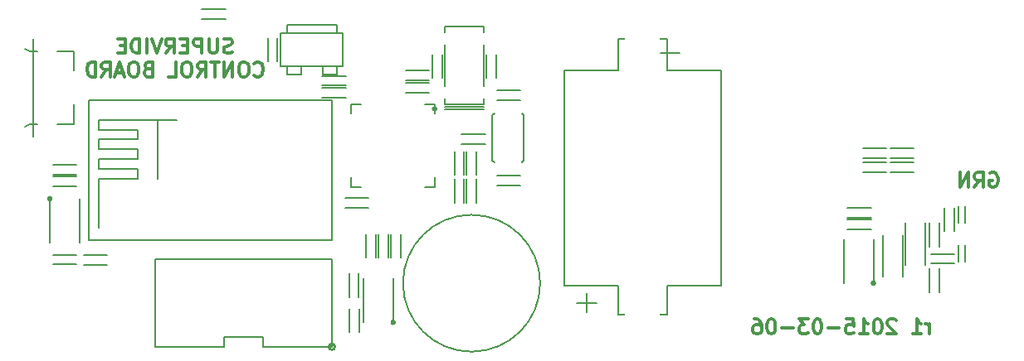
<source format=gbo>
G04 #@! TF.FileFunction,Legend,Bot*
%FSLAX46Y46*%
G04 Gerber Fmt 4.6, Leading zero omitted, Abs format (unit mm)*
G04 Created by KiCad (PCBNEW 0.201503020946+5465~21~ubuntu14.04.1-product) date Wed 11 Mar 2015 00:00:20 GMT*
%MOMM*%
G01*
G04 APERTURE LIST*
%ADD10C,0.100000*%
%ADD11C,0.300000*%
%ADD12C,0.200000*%
%ADD13C,0.150000*%
%ADD14R,3.600000X2.600000*%
%ADD15R,0.800000X0.800000*%
%ADD16R,1.700000X1.200000*%
%ADD17R,1.400000X0.400000*%
%ADD18C,0.650000*%
%ADD19R,1.900000X2.300000*%
%ADD20R,0.500000X0.600000*%
%ADD21R,1.200000X0.300000*%
%ADD22R,0.300000X1.200000*%
%ADD23R,0.400000X1.400000*%
%ADD24C,1.016000*%
%ADD25C,2.000000*%
%ADD26C,1.600000*%
%ADD27C,3.200000*%
%ADD28R,2.500000X2.300000*%
%ADD29C,1.250000*%
%ADD30C,6.300000*%
%ADD31C,0.600000*%
%ADD32C,3.000000*%
%ADD33R,2.000000X2.000000*%
%ADD34R,1.900000X1.300000*%
G04 APERTURE END LIST*
D10*
D11*
X141464283Y-137678571D02*
X141464283Y-136678571D01*
X141464283Y-136964286D02*
X141392855Y-136821429D01*
X141321426Y-136750000D01*
X141178569Y-136678571D01*
X141035712Y-136678571D01*
X139749998Y-137678571D02*
X140607141Y-137678571D01*
X140178569Y-137678571D02*
X140178569Y-136178571D01*
X140321426Y-136392857D01*
X140464284Y-136535714D01*
X140607141Y-136607143D01*
X138035713Y-136321429D02*
X137964284Y-136250000D01*
X137821427Y-136178571D01*
X137464284Y-136178571D01*
X137321427Y-136250000D01*
X137249998Y-136321429D01*
X137178570Y-136464286D01*
X137178570Y-136607143D01*
X137249998Y-136821429D01*
X138107141Y-137678571D01*
X137178570Y-137678571D01*
X136249999Y-136178571D02*
X136107142Y-136178571D01*
X135964285Y-136250000D01*
X135892856Y-136321429D01*
X135821427Y-136464286D01*
X135749999Y-136750000D01*
X135749999Y-137107143D01*
X135821427Y-137392857D01*
X135892856Y-137535714D01*
X135964285Y-137607143D01*
X136107142Y-137678571D01*
X136249999Y-137678571D01*
X136392856Y-137607143D01*
X136464285Y-137535714D01*
X136535713Y-137392857D01*
X136607142Y-137107143D01*
X136607142Y-136750000D01*
X136535713Y-136464286D01*
X136464285Y-136321429D01*
X136392856Y-136250000D01*
X136249999Y-136178571D01*
X134321428Y-137678571D02*
X135178571Y-137678571D01*
X134749999Y-137678571D02*
X134749999Y-136178571D01*
X134892856Y-136392857D01*
X135035714Y-136535714D01*
X135178571Y-136607143D01*
X132964285Y-136178571D02*
X133678571Y-136178571D01*
X133750000Y-136892857D01*
X133678571Y-136821429D01*
X133535714Y-136750000D01*
X133178571Y-136750000D01*
X133035714Y-136821429D01*
X132964285Y-136892857D01*
X132892857Y-137035714D01*
X132892857Y-137392857D01*
X132964285Y-137535714D01*
X133035714Y-137607143D01*
X133178571Y-137678571D01*
X133535714Y-137678571D01*
X133678571Y-137607143D01*
X133750000Y-137535714D01*
X132250000Y-137107143D02*
X131107143Y-137107143D01*
X130107143Y-136178571D02*
X129964286Y-136178571D01*
X129821429Y-136250000D01*
X129750000Y-136321429D01*
X129678571Y-136464286D01*
X129607143Y-136750000D01*
X129607143Y-137107143D01*
X129678571Y-137392857D01*
X129750000Y-137535714D01*
X129821429Y-137607143D01*
X129964286Y-137678571D01*
X130107143Y-137678571D01*
X130250000Y-137607143D01*
X130321429Y-137535714D01*
X130392857Y-137392857D01*
X130464286Y-137107143D01*
X130464286Y-136750000D01*
X130392857Y-136464286D01*
X130321429Y-136321429D01*
X130250000Y-136250000D01*
X130107143Y-136178571D01*
X129107143Y-136178571D02*
X128178572Y-136178571D01*
X128678572Y-136750000D01*
X128464286Y-136750000D01*
X128321429Y-136821429D01*
X128250000Y-136892857D01*
X128178572Y-137035714D01*
X128178572Y-137392857D01*
X128250000Y-137535714D01*
X128321429Y-137607143D01*
X128464286Y-137678571D01*
X128892858Y-137678571D01*
X129035715Y-137607143D01*
X129107143Y-137535714D01*
X127535715Y-137107143D02*
X126392858Y-137107143D01*
X125392858Y-136178571D02*
X125250001Y-136178571D01*
X125107144Y-136250000D01*
X125035715Y-136321429D01*
X124964286Y-136464286D01*
X124892858Y-136750000D01*
X124892858Y-137107143D01*
X124964286Y-137392857D01*
X125035715Y-137535714D01*
X125107144Y-137607143D01*
X125250001Y-137678571D01*
X125392858Y-137678571D01*
X125535715Y-137607143D01*
X125607144Y-137535714D01*
X125678572Y-137392857D01*
X125750001Y-137107143D01*
X125750001Y-136750000D01*
X125678572Y-136464286D01*
X125607144Y-136321429D01*
X125535715Y-136250000D01*
X125392858Y-136178571D01*
X123607144Y-136178571D02*
X123892858Y-136178571D01*
X124035715Y-136250000D01*
X124107144Y-136321429D01*
X124250001Y-136535714D01*
X124321430Y-136821429D01*
X124321430Y-137392857D01*
X124250001Y-137535714D01*
X124178573Y-137607143D01*
X124035715Y-137678571D01*
X123750001Y-137678571D01*
X123607144Y-137607143D01*
X123535715Y-137535714D01*
X123464287Y-137392857D01*
X123464287Y-137035714D01*
X123535715Y-136892857D01*
X123607144Y-136821429D01*
X123750001Y-136750000D01*
X124035715Y-136750000D01*
X124178573Y-136821429D01*
X124250001Y-136892857D01*
X124321430Y-137035714D01*
X70321429Y-108907143D02*
X70107143Y-108978571D01*
X69750000Y-108978571D01*
X69607143Y-108907143D01*
X69535714Y-108835714D01*
X69464286Y-108692857D01*
X69464286Y-108550000D01*
X69535714Y-108407143D01*
X69607143Y-108335714D01*
X69750000Y-108264286D01*
X70035714Y-108192857D01*
X70178572Y-108121429D01*
X70250000Y-108050000D01*
X70321429Y-107907143D01*
X70321429Y-107764286D01*
X70250000Y-107621429D01*
X70178572Y-107550000D01*
X70035714Y-107478571D01*
X69678572Y-107478571D01*
X69464286Y-107550000D01*
X68821429Y-107478571D02*
X68821429Y-108692857D01*
X68750001Y-108835714D01*
X68678572Y-108907143D01*
X68535715Y-108978571D01*
X68250001Y-108978571D01*
X68107143Y-108907143D01*
X68035715Y-108835714D01*
X67964286Y-108692857D01*
X67964286Y-107478571D01*
X67250000Y-108978571D02*
X67250000Y-107478571D01*
X66678572Y-107478571D01*
X66535714Y-107550000D01*
X66464286Y-107621429D01*
X66392857Y-107764286D01*
X66392857Y-107978571D01*
X66464286Y-108121429D01*
X66535714Y-108192857D01*
X66678572Y-108264286D01*
X67250000Y-108264286D01*
X65750000Y-108192857D02*
X65250000Y-108192857D01*
X65035714Y-108978571D02*
X65750000Y-108978571D01*
X65750000Y-107478571D01*
X65035714Y-107478571D01*
X63535714Y-108978571D02*
X64035714Y-108264286D01*
X64392857Y-108978571D02*
X64392857Y-107478571D01*
X63821429Y-107478571D01*
X63678571Y-107550000D01*
X63607143Y-107621429D01*
X63535714Y-107764286D01*
X63535714Y-107978571D01*
X63607143Y-108121429D01*
X63678571Y-108192857D01*
X63821429Y-108264286D01*
X64392857Y-108264286D01*
X63107143Y-107478571D02*
X62607143Y-108978571D01*
X62107143Y-107478571D01*
X61607143Y-108978571D02*
X61607143Y-107478571D01*
X60892857Y-108978571D02*
X60892857Y-107478571D01*
X60535714Y-107478571D01*
X60321429Y-107550000D01*
X60178571Y-107692857D01*
X60107143Y-107835714D01*
X60035714Y-108121429D01*
X60035714Y-108335714D01*
X60107143Y-108621429D01*
X60178571Y-108764286D01*
X60321429Y-108907143D01*
X60535714Y-108978571D01*
X60892857Y-108978571D01*
X59392857Y-108192857D02*
X58892857Y-108192857D01*
X58678571Y-108978571D02*
X59392857Y-108978571D01*
X59392857Y-107478571D01*
X58678571Y-107478571D01*
X72571429Y-111235714D02*
X72642858Y-111307143D01*
X72857144Y-111378571D01*
X73000001Y-111378571D01*
X73214286Y-111307143D01*
X73357144Y-111164286D01*
X73428572Y-111021429D01*
X73500001Y-110735714D01*
X73500001Y-110521429D01*
X73428572Y-110235714D01*
X73357144Y-110092857D01*
X73214286Y-109950000D01*
X73000001Y-109878571D01*
X72857144Y-109878571D01*
X72642858Y-109950000D01*
X72571429Y-110021429D01*
X71642858Y-109878571D02*
X71357144Y-109878571D01*
X71214286Y-109950000D01*
X71071429Y-110092857D01*
X71000001Y-110378571D01*
X71000001Y-110878571D01*
X71071429Y-111164286D01*
X71214286Y-111307143D01*
X71357144Y-111378571D01*
X71642858Y-111378571D01*
X71785715Y-111307143D01*
X71928572Y-111164286D01*
X72000001Y-110878571D01*
X72000001Y-110378571D01*
X71928572Y-110092857D01*
X71785715Y-109950000D01*
X71642858Y-109878571D01*
X70357143Y-111378571D02*
X70357143Y-109878571D01*
X69500000Y-111378571D01*
X69500000Y-109878571D01*
X69000000Y-109878571D02*
X68142857Y-109878571D01*
X68571428Y-111378571D02*
X68571428Y-109878571D01*
X66785714Y-111378571D02*
X67285714Y-110664286D01*
X67642857Y-111378571D02*
X67642857Y-109878571D01*
X67071429Y-109878571D01*
X66928571Y-109950000D01*
X66857143Y-110021429D01*
X66785714Y-110164286D01*
X66785714Y-110378571D01*
X66857143Y-110521429D01*
X66928571Y-110592857D01*
X67071429Y-110664286D01*
X67642857Y-110664286D01*
X65857143Y-109878571D02*
X65571429Y-109878571D01*
X65428571Y-109950000D01*
X65285714Y-110092857D01*
X65214286Y-110378571D01*
X65214286Y-110878571D01*
X65285714Y-111164286D01*
X65428571Y-111307143D01*
X65571429Y-111378571D01*
X65857143Y-111378571D01*
X66000000Y-111307143D01*
X66142857Y-111164286D01*
X66214286Y-110878571D01*
X66214286Y-110378571D01*
X66142857Y-110092857D01*
X66000000Y-109950000D01*
X65857143Y-109878571D01*
X63857142Y-111378571D02*
X64571428Y-111378571D01*
X64571428Y-109878571D01*
X61714285Y-110592857D02*
X61499999Y-110664286D01*
X61428571Y-110735714D01*
X61357142Y-110878571D01*
X61357142Y-111092857D01*
X61428571Y-111235714D01*
X61499999Y-111307143D01*
X61642857Y-111378571D01*
X62214285Y-111378571D01*
X62214285Y-109878571D01*
X61714285Y-109878571D01*
X61571428Y-109950000D01*
X61499999Y-110021429D01*
X61428571Y-110164286D01*
X61428571Y-110307143D01*
X61499999Y-110450000D01*
X61571428Y-110521429D01*
X61714285Y-110592857D01*
X62214285Y-110592857D01*
X60428571Y-109878571D02*
X60142857Y-109878571D01*
X59999999Y-109950000D01*
X59857142Y-110092857D01*
X59785714Y-110378571D01*
X59785714Y-110878571D01*
X59857142Y-111164286D01*
X59999999Y-111307143D01*
X60142857Y-111378571D01*
X60428571Y-111378571D01*
X60571428Y-111307143D01*
X60714285Y-111164286D01*
X60785714Y-110878571D01*
X60785714Y-110378571D01*
X60714285Y-110092857D01*
X60571428Y-109950000D01*
X60428571Y-109878571D01*
X59214285Y-110950000D02*
X58499999Y-110950000D01*
X59357142Y-111378571D02*
X58857142Y-109878571D01*
X58357142Y-111378571D01*
X56999999Y-111378571D02*
X57499999Y-110664286D01*
X57857142Y-111378571D02*
X57857142Y-109878571D01*
X57285714Y-109878571D01*
X57142856Y-109950000D01*
X57071428Y-110021429D01*
X56999999Y-110164286D01*
X56999999Y-110378571D01*
X57071428Y-110521429D01*
X57142856Y-110592857D01*
X57285714Y-110664286D01*
X57857142Y-110664286D01*
X56357142Y-111378571D02*
X56357142Y-109878571D01*
X55999999Y-109878571D01*
X55785714Y-109950000D01*
X55642856Y-110092857D01*
X55571428Y-110235714D01*
X55499999Y-110521429D01*
X55499999Y-110735714D01*
X55571428Y-111021429D01*
X55642856Y-111164286D01*
X55785714Y-111307143D01*
X55999999Y-111378571D01*
X56357142Y-111378571D01*
X147642857Y-121250000D02*
X147785714Y-121178571D01*
X148000000Y-121178571D01*
X148214285Y-121250000D01*
X148357143Y-121392857D01*
X148428571Y-121535714D01*
X148500000Y-121821429D01*
X148500000Y-122035714D01*
X148428571Y-122321429D01*
X148357143Y-122464286D01*
X148214285Y-122607143D01*
X148000000Y-122678571D01*
X147857143Y-122678571D01*
X147642857Y-122607143D01*
X147571428Y-122535714D01*
X147571428Y-122035714D01*
X147857143Y-122035714D01*
X146071428Y-122678571D02*
X146571428Y-121964286D01*
X146928571Y-122678571D02*
X146928571Y-121178571D01*
X146357143Y-121178571D01*
X146214285Y-121250000D01*
X146142857Y-121321429D01*
X146071428Y-121464286D01*
X146071428Y-121678571D01*
X146142857Y-121821429D01*
X146214285Y-121892857D01*
X146357143Y-121964286D01*
X146928571Y-121964286D01*
X145428571Y-122678571D02*
X145428571Y-121178571D01*
X144571428Y-122678571D01*
X144571428Y-121178571D01*
D12*
X114000000Y-109000000D02*
X116000000Y-109000000D01*
X105500000Y-134500000D02*
X107500000Y-134500000D01*
X106500000Y-133500000D02*
X106500000Y-135500000D01*
D13*
X109700000Y-132750000D02*
X109700000Y-135750000D01*
X109700000Y-110750000D02*
X109700000Y-107500000D01*
X114700000Y-110750000D02*
X114700000Y-107500000D01*
X120200000Y-132750000D02*
X120200000Y-110750000D01*
X114700000Y-135750000D02*
X114700000Y-132750000D01*
X120200000Y-110750000D02*
X114700000Y-110750000D01*
X114700000Y-107500000D02*
X109700000Y-107500000D01*
X109700000Y-110750000D02*
X104200000Y-110750000D01*
X104200000Y-110750000D02*
X104200000Y-132750000D01*
X104200000Y-132750000D02*
X109700000Y-132750000D01*
X109700000Y-135750000D02*
X114450000Y-135750000D01*
X114450000Y-135750000D02*
X114700000Y-135750000D01*
X114700000Y-132750000D02*
X120200000Y-132750000D01*
X134650000Y-120150000D02*
X137050000Y-120150000D01*
X134650000Y-121150000D02*
X137050000Y-121150000D01*
X81900000Y-112300000D02*
X79500000Y-112300000D01*
X81900000Y-111300000D02*
X79500000Y-111300000D01*
X90400000Y-111750000D02*
X88000000Y-111750000D01*
X90400000Y-110750000D02*
X88000000Y-110750000D01*
X94250000Y-121400000D02*
X94250000Y-119000000D01*
X95250000Y-121400000D02*
X95250000Y-119000000D01*
X90400000Y-113000000D02*
X88000000Y-113000000D01*
X90400000Y-112000000D02*
X88000000Y-112000000D01*
X81900000Y-113500000D02*
X79500000Y-113500000D01*
X81900000Y-112500000D02*
X79500000Y-112500000D01*
X93000000Y-121400000D02*
X93000000Y-119000000D01*
X94000000Y-121400000D02*
X94000000Y-119000000D01*
X137450000Y-120150000D02*
X139850000Y-120150000D01*
X137450000Y-121150000D02*
X139850000Y-121150000D01*
X74950000Y-107400000D02*
X74950000Y-109800000D01*
X73950000Y-107400000D02*
X73950000Y-109800000D01*
X97350000Y-112750000D02*
X99750000Y-112750000D01*
X97350000Y-113750000D02*
X99750000Y-113750000D01*
X97350000Y-121500000D02*
X99750000Y-121500000D01*
X97350000Y-122500000D02*
X99750000Y-122500000D01*
X91750000Y-109100000D02*
X91750000Y-111500000D01*
X90750000Y-109100000D02*
X90750000Y-111500000D01*
X97250000Y-109100000D02*
X97250000Y-111500000D01*
X96250000Y-109100000D02*
X96250000Y-111500000D01*
X135500000Y-127000000D02*
X133100000Y-127000000D01*
X135500000Y-126000000D02*
X133100000Y-126000000D01*
X135500000Y-125800000D02*
X133100000Y-125800000D01*
X135500000Y-124800000D02*
X133100000Y-124800000D01*
X139000000Y-130600000D02*
X139000000Y-126300000D01*
X141000000Y-130600000D02*
X141000000Y-126300000D01*
X142500000Y-126350000D02*
X142500000Y-128750000D01*
X141500000Y-126350000D02*
X141500000Y-128750000D01*
X94000000Y-121850000D02*
X94000000Y-124250000D01*
X93000000Y-121850000D02*
X93000000Y-124250000D01*
X69650000Y-105500000D02*
X67250000Y-105500000D01*
X69650000Y-104500000D02*
X67250000Y-104500000D01*
X136750000Y-131850000D02*
X136750000Y-127550000D01*
X138750000Y-131850000D02*
X138750000Y-127550000D01*
X52025000Y-129575000D02*
X54425000Y-129575000D01*
X52025000Y-130575000D02*
X54425000Y-130575000D01*
X57600000Y-130600000D02*
X55200000Y-130600000D01*
X57600000Y-129600000D02*
X55200000Y-129600000D01*
X52025000Y-121575000D02*
X54425000Y-121575000D01*
X52025000Y-122575000D02*
X54425000Y-122575000D01*
X52025000Y-120375000D02*
X54425000Y-120375000D01*
X52025000Y-121375000D02*
X54425000Y-121375000D01*
X50450000Y-108750000D02*
X49700000Y-108750000D01*
X49700000Y-108750000D02*
X49200000Y-108500000D01*
X50450000Y-116250000D02*
X49700000Y-116250000D01*
X49700000Y-116250000D02*
X49200000Y-116500000D01*
X54200000Y-110750000D02*
X54200000Y-108750000D01*
X54200000Y-108750000D02*
X52450000Y-108750000D01*
X52450000Y-116250000D02*
X54200000Y-116250000D01*
X54200000Y-116250000D02*
X54200000Y-114250000D01*
X50000000Y-117500000D02*
X50000000Y-107500000D01*
X144400000Y-126300000D02*
X144400000Y-124600000D01*
X145100000Y-126300000D02*
X145100000Y-124600000D01*
X144400000Y-130300000D02*
X144400000Y-128600000D01*
X145100000Y-130300000D02*
X145100000Y-128600000D01*
X91175000Y-114675000D02*
G75*
G03X91175000Y-114675000I-200000J0D01*
G01*
X91075000Y-114675000D02*
G75*
G03X91075000Y-114675000I-100000J0D01*
G01*
X82475000Y-115175000D02*
X82475000Y-114175000D01*
X82475000Y-114175000D02*
X83475000Y-114175000D01*
X82475000Y-121675000D02*
X82475000Y-122675000D01*
X82475000Y-122675000D02*
X83475000Y-122675000D01*
X90975000Y-121675000D02*
X90975000Y-122675000D01*
X90975000Y-122675000D02*
X89975000Y-122675000D01*
X89975000Y-114175000D02*
X90975000Y-114175000D01*
X90975000Y-114175000D02*
X90975000Y-115175000D01*
X135950000Y-132500000D02*
G75*
G03X135950000Y-132500000I-200000J0D01*
G01*
X135850000Y-132500000D02*
G75*
G03X135850000Y-132500000I-100000J0D01*
G01*
X132750000Y-132500000D02*
X132750000Y-128000000D01*
X135750000Y-132500000D02*
X135750000Y-128000000D01*
X51925000Y-123875000D02*
G75*
G03X51925000Y-123875000I-200000J0D01*
G01*
X51825000Y-123875000D02*
G75*
G03X51825000Y-123875000I-100000J0D01*
G01*
X54725000Y-123875000D02*
X54725000Y-128375000D01*
X51725000Y-123875000D02*
X51725000Y-128375000D01*
X75920000Y-110349500D02*
X75920000Y-111175000D01*
X75920000Y-111175000D02*
X77380500Y-111175000D01*
X77380500Y-111175000D02*
X77380500Y-110349500D01*
X81000000Y-110349500D02*
X81000000Y-111175000D01*
X81000000Y-111175000D02*
X79539500Y-111175000D01*
X79539500Y-111175000D02*
X79539500Y-110349500D01*
X81000000Y-106920500D02*
X81000000Y-106095000D01*
X81000000Y-106095000D02*
X75920000Y-106095000D01*
X75920000Y-106095000D02*
X75920000Y-106920500D01*
X78460000Y-106920500D02*
X75285000Y-106920500D01*
X75285000Y-106920500D02*
X75285000Y-110349500D01*
X75285000Y-110349500D02*
X81635000Y-110349500D01*
X81635000Y-110349500D02*
X81635000Y-106920500D01*
X81635000Y-106920500D02*
X78460000Y-106920500D01*
X137050000Y-119700000D02*
X134650000Y-119700000D01*
X137050000Y-118700000D02*
X134650000Y-118700000D01*
X137450000Y-118700000D02*
X139850000Y-118700000D01*
X137450000Y-119700000D02*
X139850000Y-119700000D01*
X96150000Y-118250000D02*
X93750000Y-118250000D01*
X96150000Y-117250000D02*
X93750000Y-117250000D01*
X143000000Y-127150000D02*
X143000000Y-124750000D01*
X144000000Y-127150000D02*
X144000000Y-124750000D01*
X95250000Y-121850000D02*
X95250000Y-124250000D01*
X94250000Y-121850000D02*
X94250000Y-124250000D01*
X141600000Y-129500000D02*
X144000000Y-129500000D01*
X141600000Y-130500000D02*
X144000000Y-130500000D01*
X141500000Y-133400000D02*
X141500000Y-131000000D01*
X142500000Y-133400000D02*
X142500000Y-131000000D01*
X101750000Y-132500000D02*
G75*
G03X101750000Y-132500000I-7000000J0D01*
G01*
X100075000Y-119925000D02*
X100075000Y-115325000D01*
X99875000Y-115125000D02*
X100075000Y-115325000D01*
X99875000Y-120125000D02*
X100075000Y-119925000D01*
X96875000Y-119975000D02*
X96875000Y-115275000D01*
X97075000Y-120125000D02*
X96875000Y-119975000D01*
X97075000Y-115125000D02*
X96875000Y-115275000D01*
X81850000Y-123750000D02*
X84250000Y-123750000D01*
X81850000Y-124750000D02*
X84250000Y-124750000D01*
X80853553Y-139000000D02*
G75*
G03X80853553Y-139000000I-353553J0D01*
G01*
X80750000Y-139000000D02*
G75*
G03X80750000Y-139000000I-250000J0D01*
G01*
X73500000Y-139000000D02*
X80500000Y-139000000D01*
X62500000Y-139000000D02*
X69500000Y-139000000D01*
X69500000Y-139000000D02*
X69500000Y-138000000D01*
X69500000Y-138000000D02*
X73500000Y-138000000D01*
X73500000Y-138000000D02*
X73500000Y-139000000D01*
X80500000Y-139000000D02*
X80500000Y-130000000D01*
X80500000Y-130000000D02*
X62500000Y-130000000D01*
X62500000Y-130000000D02*
X62500000Y-139000000D01*
X83300000Y-135100000D02*
X83300000Y-137500000D01*
X82300000Y-135100000D02*
X82300000Y-137500000D01*
X86500000Y-129900000D02*
X86500000Y-127500000D01*
X87500000Y-129900000D02*
X87500000Y-127500000D01*
X82250000Y-133900000D02*
X82250000Y-131500000D01*
X83250000Y-133900000D02*
X83250000Y-131500000D01*
X84000000Y-129900000D02*
X84000000Y-127500000D01*
X85000000Y-129900000D02*
X85000000Y-127500000D01*
X86950000Y-136500000D02*
G75*
G03X86950000Y-136500000I-200000J0D01*
G01*
X86850000Y-136500000D02*
G75*
G03X86850000Y-136500000I-100000J0D01*
G01*
X83750000Y-136500000D02*
X83750000Y-132000000D01*
X86750000Y-136500000D02*
X86750000Y-132000000D01*
X85250000Y-129900000D02*
X85250000Y-127500000D01*
X86250000Y-129900000D02*
X86250000Y-127500000D01*
X62700000Y-115800000D02*
X62700000Y-121800000D01*
X56700000Y-126800000D02*
X56700000Y-121800000D01*
X56700000Y-121800000D02*
X60700000Y-121800000D01*
X60700000Y-121800000D02*
X60700000Y-120800000D01*
X60700000Y-120800000D02*
X56700000Y-120800000D01*
X56700000Y-120800000D02*
X56700000Y-119800000D01*
X56700000Y-119800000D02*
X60700000Y-119800000D01*
X60700000Y-119800000D02*
X60700000Y-118800000D01*
X60700000Y-118800000D02*
X56700000Y-118800000D01*
X56700000Y-118800000D02*
X56700000Y-117800000D01*
X56700000Y-117800000D02*
X60700000Y-117800000D01*
X60700000Y-117800000D02*
X60700000Y-116800000D01*
X60700000Y-116800000D02*
X56700000Y-116800000D01*
X56700000Y-116800000D02*
X56700000Y-115800000D01*
X56700000Y-115800000D02*
X64700000Y-115800000D01*
X55700000Y-113800000D02*
X80500000Y-113800000D01*
X80500000Y-113800000D02*
X80500000Y-128100000D01*
X80500000Y-128100000D02*
X55700000Y-128100000D01*
X55700000Y-128100000D02*
X55700000Y-113800000D01*
X96000000Y-114750000D02*
X92000000Y-114750000D01*
X96000000Y-114500000D02*
X92000000Y-114500000D01*
X96000000Y-114250000D02*
X96000000Y-106250000D01*
X96000000Y-106250000D02*
X92000000Y-106250000D01*
X92000000Y-106250000D02*
X92000000Y-114250000D01*
X92000000Y-114250000D02*
X96000000Y-114250000D01*
%LPC*%
D14*
X112200000Y-136250000D03*
X112200000Y-106950000D03*
D15*
X135050000Y-120650000D03*
X136650000Y-120650000D03*
X81500000Y-111800000D03*
X79900000Y-111800000D03*
X90000000Y-111250000D03*
X88400000Y-111250000D03*
X94750000Y-121000000D03*
X94750000Y-119400000D03*
X90000000Y-112500000D03*
X88400000Y-112500000D03*
X81500000Y-113000000D03*
X79900000Y-113000000D03*
X93500000Y-121000000D03*
X93500000Y-119400000D03*
X137850000Y-120650000D03*
X139450000Y-120650000D03*
X74450000Y-107800000D03*
X74450000Y-109400000D03*
X97750000Y-113250000D03*
X99350000Y-113250000D03*
X97750000Y-122000000D03*
X99350000Y-122000000D03*
X91250000Y-109500000D03*
X91250000Y-111100000D03*
X96750000Y-109500000D03*
X96750000Y-111100000D03*
X135100000Y-126500000D03*
X133500000Y-126500000D03*
X135100000Y-125300000D03*
X133500000Y-125300000D03*
D16*
X140000000Y-130000000D03*
X140000000Y-126900000D03*
D15*
X142000000Y-126750000D03*
X142000000Y-128350000D03*
X93500000Y-122250000D03*
X93500000Y-123850000D03*
X69250000Y-105000000D03*
X67650000Y-105000000D03*
D16*
X137750000Y-131250000D03*
X137750000Y-128150000D03*
D15*
X52425000Y-130075000D03*
X54025000Y-130075000D03*
X57200000Y-130100000D03*
X55600000Y-130100000D03*
X52425000Y-122075000D03*
X54025000Y-122075000D03*
X52425000Y-120875000D03*
X54025000Y-120875000D03*
D17*
X54200000Y-113800000D03*
X54200000Y-113150000D03*
X54200000Y-112500000D03*
X54200000Y-111850000D03*
X54200000Y-111200000D03*
D18*
X53700000Y-114500000D03*
X53700000Y-110500000D03*
D19*
X51450000Y-116250000D03*
X51450000Y-108750000D03*
D20*
X144750000Y-126000000D03*
X144750000Y-124900000D03*
X144750000Y-130000000D03*
X144750000Y-128900000D03*
D21*
X90975000Y-115675000D03*
X90975000Y-116175000D03*
X90975000Y-116675000D03*
X90975000Y-117175000D03*
X90975000Y-117675000D03*
X90975000Y-118175000D03*
X90975000Y-118675000D03*
X90975000Y-119175000D03*
X90975000Y-119675000D03*
X90975000Y-120175000D03*
X90975000Y-120675000D03*
X90975000Y-121175000D03*
D22*
X89475000Y-122675000D03*
X88975000Y-122675000D03*
X88475000Y-122675000D03*
X87975000Y-122675000D03*
X87475000Y-122675000D03*
X86975000Y-122675000D03*
X86475000Y-122675000D03*
X85975000Y-122675000D03*
X85475000Y-122675000D03*
X84975000Y-122675000D03*
X84475000Y-122675000D03*
X83975000Y-122675000D03*
D21*
X82475000Y-121175000D03*
X82475000Y-120675000D03*
X82475000Y-120175000D03*
X82475000Y-119675000D03*
X82475000Y-119175000D03*
X82475000Y-118675000D03*
X82475000Y-118175000D03*
X82475000Y-117675000D03*
X82475000Y-117175000D03*
X82475000Y-116675000D03*
X82475000Y-116175000D03*
X82475000Y-115675000D03*
D22*
X83975000Y-114175000D03*
X84475000Y-114175000D03*
X84975000Y-114175000D03*
X85475000Y-114175000D03*
X85975000Y-114175000D03*
X86475000Y-114175000D03*
X86975000Y-114175000D03*
X87475000Y-114175000D03*
X87975000Y-114175000D03*
X88475000Y-114175000D03*
X88975000Y-114175000D03*
X89475000Y-114175000D03*
D23*
X135250000Y-132500000D03*
X134600000Y-132500000D03*
X133950000Y-132500000D03*
X133300000Y-132500000D03*
X133300000Y-128100000D03*
X133950000Y-128100000D03*
X134600000Y-128100000D03*
X135250000Y-128100000D03*
X52225000Y-123875000D03*
X52875000Y-123875000D03*
X53525000Y-123875000D03*
X54175000Y-123875000D03*
X54175000Y-128275000D03*
X53525000Y-128275000D03*
X52875000Y-128275000D03*
X52225000Y-128275000D03*
D24*
X81000000Y-109270000D03*
X81000000Y-108000000D03*
X79730000Y-109270000D03*
X79730000Y-108000000D03*
X78460000Y-109270000D03*
X78460000Y-108000000D03*
X77190000Y-109270000D03*
X77190000Y-108000000D03*
X75920000Y-109270000D03*
X75920000Y-108000000D03*
D15*
X136650000Y-119200000D03*
X135050000Y-119200000D03*
X137850000Y-119200000D03*
X139450000Y-119200000D03*
X95750000Y-117750000D03*
X94150000Y-117750000D03*
X143500000Y-126750000D03*
X143500000Y-125150000D03*
X94750000Y-122250000D03*
X94750000Y-123850000D03*
X142000000Y-130000000D03*
X143600000Y-130000000D03*
X142000000Y-133000000D03*
X142000000Y-131400000D03*
D25*
X98500000Y-132500000D03*
X90900000Y-132500000D03*
D26*
X137250000Y-108000000D03*
X139250000Y-108000000D03*
X141250000Y-108000000D03*
X133250000Y-108000000D03*
X135250000Y-108000000D03*
D25*
X137250000Y-122500000D03*
X139750000Y-122500000D03*
X134750000Y-122500000D03*
D27*
X131650000Y-115000000D03*
X142850000Y-115000000D03*
D28*
X98475000Y-119875000D03*
X98475000Y-115375000D03*
D25*
X67090000Y-102600000D03*
X69630000Y-102600000D03*
X72170000Y-102600000D03*
X74710000Y-102600000D03*
X77250000Y-102600000D03*
X79790000Y-102600000D03*
X82330000Y-102600000D03*
X84870000Y-102600000D03*
X87410000Y-102600000D03*
X89950000Y-102600000D03*
X92490000Y-102600000D03*
X95030000Y-102600000D03*
X97570000Y-102600000D03*
X100110000Y-102600000D03*
X102650000Y-102600000D03*
X105190000Y-102600000D03*
X107730000Y-102600000D03*
X110270000Y-102600000D03*
X112810000Y-102600000D03*
X115350000Y-102600000D03*
D29*
X59900000Y-133100000D03*
X59900000Y-101900000D03*
X122600000Y-101900000D03*
X122600000Y-133100000D03*
D30*
X54000000Y-104000000D03*
D31*
X54000000Y-101500000D03*
X56500000Y-104000000D03*
X54000000Y-106500000D03*
X51500000Y-104000000D03*
X52200000Y-102200000D03*
X55800000Y-102200000D03*
X52200000Y-105800000D03*
X55800000Y-105800000D03*
D30*
X146000000Y-136000000D03*
D31*
X146000000Y-133500000D03*
X148500000Y-136000000D03*
X146000000Y-138500000D03*
X143500000Y-136000000D03*
X144200000Y-134200000D03*
X147800000Y-134200000D03*
X144200000Y-137800000D03*
X147800000Y-137800000D03*
D30*
X54000000Y-136000000D03*
D31*
X54000000Y-133500000D03*
X56500000Y-136000000D03*
X54000000Y-138500000D03*
X51500000Y-136000000D03*
X52200000Y-134200000D03*
X55800000Y-134200000D03*
X52200000Y-137800000D03*
X55800000Y-137800000D03*
D30*
X146000000Y-104000000D03*
D31*
X146000000Y-101500000D03*
X148500000Y-104000000D03*
X146000000Y-106500000D03*
X143500000Y-104000000D03*
X144200000Y-102200000D03*
X147800000Y-102200000D03*
X144200000Y-105800000D03*
X147800000Y-105800000D03*
D32*
X147000000Y-130000000D03*
X147000000Y-124920000D03*
D15*
X82250000Y-124250000D03*
X83850000Y-124250000D03*
D25*
X67690000Y-135770000D03*
X67690000Y-133230000D03*
X70230000Y-135770000D03*
X70230000Y-133230000D03*
X72770000Y-135770000D03*
X72770000Y-133230000D03*
D33*
X75310000Y-135770000D03*
D25*
X75310000Y-133230000D03*
D15*
X82800000Y-135500000D03*
X82800000Y-137100000D03*
X87000000Y-129500000D03*
X87000000Y-127900000D03*
X82750000Y-133500000D03*
X82750000Y-131900000D03*
X84500000Y-129500000D03*
X84500000Y-127900000D03*
D23*
X86250000Y-136500000D03*
X85600000Y-136500000D03*
X84950000Y-136500000D03*
X84300000Y-136500000D03*
X84300000Y-132100000D03*
X84950000Y-132100000D03*
X85600000Y-132100000D03*
X86250000Y-132100000D03*
D15*
X85750000Y-129500000D03*
X85750000Y-127900000D03*
D25*
X76020000Y-124795000D03*
X76020000Y-122255000D03*
X76020000Y-119715000D03*
X76020000Y-117175000D03*
X78560000Y-117175000D03*
X78560000Y-119715000D03*
X78560000Y-122255000D03*
X78560000Y-124795000D03*
D34*
X92500000Y-113000000D03*
X92500000Y-107500000D03*
X95700000Y-113000000D03*
X95700000Y-107500000D03*
M02*

</source>
